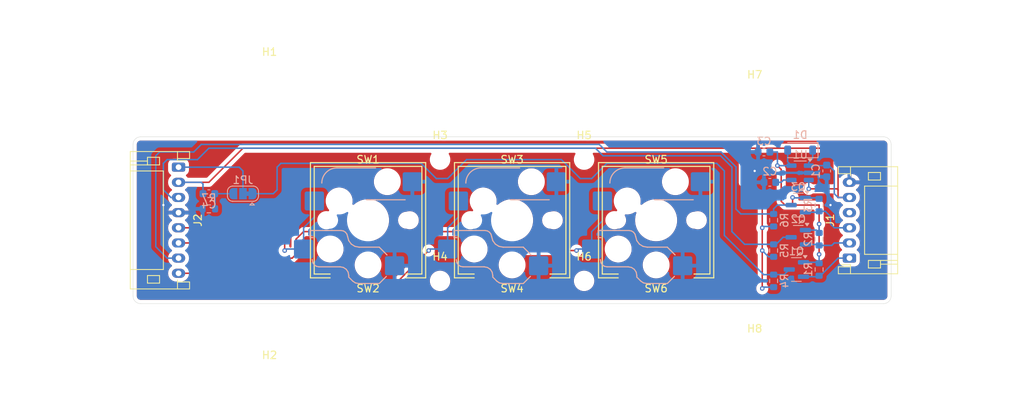
<source format=kicad_pcb>
(kicad_pcb (version 20241229) (generator "pcbnew") (generator_version "9.0")
  (layers (0 "F.Cu" signal) (2 "B.Cu" signal) (13 "F.Paste" user) (15 "B.Paste" user) (5 "F.SilkS" user "F.Silkscreen") (7 "B.SilkS" user "B.Silkscreen") (1 "F.Mask" user) (3 "B.Mask" user) (25 "Edge.Cuts" user))
  (net 0 "")
  (net 1 "Net-(JP1-B)")
  (net 2 "+5V")
  (net 3 "GND")
  (net 4 "+3.3V")
  (net 5 "Net-(U1-BP)")
  (net 6 "/TP_RST")
  (net 7 "/TP_CLK")
  (net 9 "/TP_DATA")
  (net 10 "Net-(J2-Pin_1)")
  (net 11 "/MB0")
  (net 12 "/MB2")
  (net 13 "Net-(J2-Pin_3)")
  (net 14 "/MB1")
  (net 15 "Net-(J2-Pin_7)")
  (net 16 "Net-(JP1-A)")
  (footprint "MountingHole:MountingHole_2.2mm_M2" (layer "F.Cu") (at 159.5 97)
    (property "Reference" "H6" (at 0 -3.2 0) (layer "F.SilkS"))
    (property "Value" "MountingHole")
    (pad "" np_thru_hole circle (at 0 0) (size 2.2 2.2) (drill 2.2) (layers "*.Cu" "*.Mask"))
  )
  (footprint "MountingHole:MountingHole_2.2mm_M2" (layer "F.Cu") (at 182 106.5)
    (property "Reference" "H8" (at 0 -3.2 0) (layer "F.SilkS"))
    (property "Value" "MountingHole")
    (pad "" np_thru_hole circle (at 0 0) (size 2.2 2.2) (drill 2.2) (layers "*.Cu" "*.Mask"))
  )
  (footprint "Connector_JST:JST_PH_S6B-PH-K_1x06_P2.00mm_Horizontal" (layer "F.Cu") (at 194.5 94 90)
    (property "Reference" "J1" (at 5 -2.55 90) (layer "F.SilkS"))
    (property "Value" "Conn_01x06")
    (pad "1" thru_hole roundrect (at 0 0 90) (size 1.2 1.75) (drill 0.75) (layers "*.Cu" "*.Mask") (roundrect_rratio 0.208333) (net 6 "/TP_RST"))
    (pad "2" thru_hole oval (at 2 0 90) (size 1.2 1.75) (drill 0.75) (layers "*.Cu" "*.Mask") (net 7 "/TP_CLK"))
    (pad "3" thru_hole oval (at 4 0 90) (size 1.2 1.75) (drill 0.75) (layers "*.Cu" "*.Mask") (net 9 "/TP_DATA"))
    (pad "4" thru_hole oval (at 6 0 90) (size 1.2 1.75) (drill 0.75) (layers "*.Cu" "*.Mask"))
    (pad "5" thru_hole oval (at 8 0 90) (size 1.2 1.75) (drill 0.75) (layers "*.Cu" "*.Mask") (net 2 "+5V"))
    (pad "6" thru_hole oval (at 10 0 90) (size 1.2 1.75) (drill 0.75) (layers "*.Cu" "*.Mask") (net 3 "GND"))
  )
  (footprint "my_keyswitch:SW_Hotswap_Kailh_MX" (layer "F.Cu") (at 169 89)
    (property "Reference" "SW5" (at 0 -8 0) (layer "F.SilkS"))
    (property "Value" "SW_Push")
    (pad "" np_thru_hole circle (at -5.08 0) (size 1.75 1.75) (drill 1.75) (layers "*.Cu" "*.Mask"))
    (pad "" np_thru_hole circle (at -3.81 -2.54) (size 3.05 3.05) (drill 3.05) (layers "*.Cu" "*.Mask"))
    (pad "" np_thru_hole circle (at 0 0) (size 4 4) (drill 4) (layers "*.Cu" "*.Mask"))
    (pad "" np_thru_hole circle (at 2.54 -5.08) (size 3.05 3.05) (drill 3.05) (layers "*.Cu" "*.Mask"))
    (pad "" np_thru_hole circle (at 5.08 0) (size 1.75 1.75) (drill 1.75) (layers "*.Cu" "*.Mask"))
    (pad "1" smd roundrect (at -7.085 -2.54) (size 2.55 2.5) (layers "B.Cu" "B.Mask" "B.Paste") (roundrect_rratio 0.1) (net 14 "/MB1"))
    (pad "2" smd roundrect (at 5.842 -5.08) (size 2.55 2.5) (layers "B.Cu" "B.Mask" "B.Paste") (roundrect_rratio 0.1) (net 3 "GND"))
  )
  (footprint "MountingHole:MountingHole_2.2mm_M2" (layer "F.Cu") (at 118 70)
    (property "Reference" "H1" (at 0 -3.2 0) (layer "F.SilkS"))
    (property "Value" "MountingHole")
    (pad "" np_thru_hole circle (at 0 0) (size 2.2 2.2) (drill 2.2) (layers "*.Cu" "*.Mask"))
  )
  (footprint "my_keyswitch:SW_Hotswap_Kailh_Choc_V1V2_no_mp" (layer "F.Cu") (at 131 89 180)
    (property "Reference" "SW2" (at 0 -9 0) (layer "F.SilkS"))
    (property "Value" "SW_Push")
    (pad "" np_thru_hole circle (at -5.5 0 180) (size 1.9 1.9) (drill 1.9) (layers "*.Cu" "*.Mask"))
    (pad "" np_thru_hole circle (at 0 -5.9 180) (size 3.05 3.05) (drill 3.05) (layers "*.Cu" "*.Mask"))
    (pad "" np_thru_hole circle (at 0 0 180) (size 5.05 5.05) (drill 5.05) (layers "*.Cu" "*.Mask"))
    (pad "" np_thru_hole circle (at 5 -3.8 180) (size 3.05 3.05) (drill 3.05) (layers "*.Cu" "*.Mask"))
    (pad "" np_thru_hole circle (at 5.5 0 180) (size 1.9 1.9) (drill 1.9) (layers "*.Cu" "*.Mask"))
    (pad "1" smd roundrect (at -3.5 -6 180) (size 2.55 2.5) (layers "B.Cu" "B.Mask" "B.Paste") (roundrect_rratio 0.1) (net 3 "GND"))
    (pad "2" smd roundrect (at 8.5 -3.8 180) (size 2.55 2.5) (layers "B.Cu" "B.Mask" "B.Paste") (roundrect_rratio 0.1) (net 11 "/MB0"))
  )
  (footprint "my_keyswitch:SW_Hotswap_Kailh_MX" (layer "F.Cu") (at 131 89)
    (property "Reference" "SW1" (at 0 -8 0) (layer "F.SilkS"))
    (property "Value" "SW_Push")
    (pad "" np_thru_hole circle (at -5.08 0) (size 1.75 1.75) (drill 1.75) (layers "*.Cu" "*.Mask"))
    (pad "" np_thru_hole circle (at -3.81 -2.54) (size 3.05 3.05) (drill 3.05) (layers "*.Cu" "*.Mask"))
    (pad "" np_thru_hole circle (at 0 0) (size 4 4) (drill 4) (layers "*.Cu" "*.Mask"))
    (pad "" np_thru_hole circle (at 2.54 -5.08) (size 3.05 3.05) (drill 3.05) (layers "*.Cu" "*.Mask"))
    (pad "" np_thru_hole circle (at 5.08 0) (size 1.75 1.75) (drill 1.75) (layers "*.Cu" "*.Mask"))
    (pad "1" smd roundrect (at -7.085 -2.54) (size 2.55 2.5) (layers "B.Cu" "B.Mask" "B.Paste") (roundrect_rratio 0.1) (net 11 "/MB0"))
    (pad "2" smd roundrect (at 5.842 -5.08) (size 2.55 2.5) (layers "B.Cu" "B.Mask" "B.Paste") (roundrect_rratio 0.1) (net 3 "GND"))
  )
  (footprint "MountingHole:MountingHole_2.2mm_M2" (layer "F.Cu") (at 140.5 97)
    (property "Reference" "H4" (at 0 -3.2 0) (layer "F.SilkS"))
    (property "Value" "MountingHole")
    (pad "" np_thru_hole circle (at 0 0) (size 2.2 2.2) (drill 2.2) (layers "*.Cu" "*.Mask"))
  )
  (footprint "MountingHole:MountingHole_2.2mm_M2" (layer "F.Cu") (at 140.5 81)
    (property "Reference" "H3" (at 0 -3.2 0) (layer "F.SilkS"))
    (property "Value" "MountingHole")
    (pad "" np_thru_hole circle (at 0 0) (size 2.2 2.2) (drill 2.2) (layers "*.Cu" "*.Mask"))
  )
  (footprint "MountingHole:MountingHole_2.2mm_M2" (layer "F.Cu") (at 118 110)
    (property "Reference" "H2" (at 0 -3.2 0) (layer "F.SilkS"))
    (property "Value" "MountingHole")
    (pad "" np_thru_hole circle (at 0 0) (size 2.2 2.2) (drill 2.2) (layers "*.Cu" "*.Mask"))
  )
  (footprint "MountingHole:MountingHole_2.2mm_M2" (layer "F.Cu") (at 159.5 81)
    (property "Reference" "H5" (at 0 -3.2 0) (layer "F.SilkS"))
    (property "Value" "MountingHole")
    (pad "" np_thru_hole circle (at 0 0) (size 2.2 2.2) (drill 2.2) (layers "*.Cu" "*.Mask"))
  )
  (footprint "Connector_JST:JST_PH_S8B-PH-K_1x08_P2.00mm_Horizontal" (layer "F.Cu") (at 106 82 -90)
    (property "Reference" "J2" (at 7 -2.55 270) (layer "F.SilkS"))
    (property "Value" "Conn_01x08")
    (pad "1" thru_hole roundrect (at 0 0 270) (size 1.2 1.75) (drill 0.75) (layers "*.Cu" "*.Mask") (roundrect_rratio 0.208333) (net 10 "Net-(J2-Pin_1)"))
    (pad "2" thru_hole oval (at 2 0 270) (size 1.2 1.75) (drill 0.75) (layers "*.Cu" "*.Mask") (net 2 "+5V"))
    (pad "3" thru_hole oval (at 4 0 270) (size 1.2 1.75) (drill 0.75) (layers "*.Cu" "*.Mask") (net 13 "Net-(J2-Pin_3)"))
    (pad "4" thru_hole oval (at 6 0 270) (size 1.2 1.75) (drill 0.75) (layers "*.Cu" "*.Mask") (net 3 "GND"))
    (pad "5" thru_hole oval (at 8 0 270) (size 1.2 1.75) (drill 0.75) (layers "*.Cu" "*.Mask") (net 11 "/MB0"))
    (pad "6" thru_hole oval (at 10 0 270) (size 1.2 1.75) (drill 0.75) (layers "*.Cu" "*.Mask") (net 14 "/MB1"))
    (pad "7" thru_hole oval (at 12 0 270) (size 1.2 1.75) (drill 0.75) (layers "*.Cu" "*.Mask") (net 15 "Net-(J2-Pin_7)"))
    (pad "8" thru_hole oval (at 14 0 270) (size 1.2 1.75) (drill 0.75) (layers "*.Cu" "*.Mask") (net 12 "/MB2"))
  )
  (footprint "my_keyswitch:SW_Hotswap_Kailh_Choc_V1V2_no_mp" (layer "F.Cu") (at 169 89 180)
    (property "Reference" "SW6" (at 0 -9 0) (layer "F.SilkS"))
    (property "Value" "SW_Push")
    (pad "" np_thru_hole circle (at -5.5 0 180) (size 1.9 1.9) (drill 1.9) (layers "*.Cu" "*.Mask"))
    (pad "" np_thru_hole circle (at 0 -5.9 180) (size 3.05 3.05) (drill 3.05) (layers "*.Cu" "*.Mask"))
    (pad "" np_thru_hole circle (at 0 0 180) (size 5.05 5.05) (drill 5.05) (layers "*.Cu" "*.Mask"))
    (pad "" np_thru_hole circle (at 5 -3.8 180) (size 3.05 3.05) (drill 3.05) (layers "*.Cu" "*.Mask"))
    (pad "" np_thru_hole circle (at 5.5 0 180) (size 1.9 1.9) (drill 1.9) (layers "*.Cu" "*.Mask"))
    (pad "1" smd roundrect (at -3.5 -6 180) (size 2.55 2.5) (layers "B.Cu" "B.Mask" "B.Paste") (roundrect_rratio 0.1) (net 3 "GND"))
    (pad "2" smd roundrect (at 8.5 -3.8 180) (size 2.55 2.5) (layers "B.Cu" "B.Mask" "B.Paste") (roundrect_rratio 0.1) (net 14 "/MB1"))
  )
  (footprint "MountingHole:MountingHole_2.2mm_M2" (layer "F.Cu") (at 182 73)
    (property "Reference" "H7" (at 0 -3.2 0) (layer "F.SilkS"))
    (property "Value" "MountingHole")
    (pad "" np_thru_hole circle (at 0 0) (size 2.2 2.2) (drill 2.2) (layers "*.Cu" "*.Mask"))
  )
  (footprint "my_keyswitch:SW_Hotswap_Kailh_Choc_V1V2_no_mp" (layer "F.Cu") (at 150 89 180)
    (property "Reference" "SW4" (at 0 -9 0) (layer "F.SilkS"))
    (property "Value" "SW_Push")
    (pad "" np_thru_hole circle (at -5.5 0 180) (size 1.9 1.9) (drill 1.9) (layers "*.Cu" "*.Mask"))
    (pad "" np_thru_hole circle (at 0 -5.9 180) (size 3.05 3.05) (drill 3.05) (layers "*.Cu" "*.Mask"))
    (pad "" np_thru_hole circle (at 0 0 180) (size 5.05 5.05) (drill 5.05) (layers "*.Cu" "*.Mask"))
    (pad "" np_thru_hole circle (at 5 -3.8 180) (size 3.05 3.05) (drill 3.05) (layers "*.Cu" "*.Mask"))
    (pad "" np_thru_hole circle (at 5.5 0 180) (size 1.9 1.9) (drill 1.9) (layers "*.Cu" "*.Mask"))
    (pad "1" smd roundrect (at -3.5 -6 180) (size 2.55 2.5) (layers "B.Cu" "B.Mask" "B.Paste") (roundrect_rratio 0.1) (net 3 "GND"))
    (pad "2" smd roundrect (at 8.5 -3.8 180) (size 2.55 2.5) (layers "B.Cu" "B.Mask" "B.Paste") (roundrect_rratio 0.1) (net 12 "/MB2"))
  )
  (footprint "my_keyswitch:SW_Hotswap_Kailh_MX" (layer "F.Cu") (at 150 89)
    (property "Reference" "SW3" (at 0 -8 0) (layer "F.SilkS"))
    (property "Value" "SW_Push")
    (pad "" np_thru_hole circle (at -5.08 0) (size 1.75 1.75) (drill 1.75) (layers "*.Cu" "*.Mask"))
    (pad "" np_thru_hole circle (at -3.81 -2.54) (size 3.05 3.05) (drill 3.05) (layers "*.Cu" "*.Mask"))
    (pad "" np_thru_hole circle (at 0 0) (size 4 4) (drill 4) (layers "*.Cu" "*.Mask"))
    (pad "" np_thru_hole circle (at 2.54 -5.08) (size 3.05 3.05) (drill 3.05) (layers "*.Cu" "*.Mask"))
    (pad "" np_thru_hole circle (at 5.08 0) (size 1.75 1.75) (drill 1.75) (layers "*.Cu" "*.Mask"))
    (pad "1" smd roundrect (at -7.085 -2.54) (size 2.55 2.5) (layers "B.Cu" "B.Mask" "B.Paste") (roundrect_rratio 0.1) (net 12 "/MB2"))
    (pad "2" smd roundrect (at 5.842 -5.08) (size 2.55 2.5) (layers "B.Cu" "B.Mask" "B.Paste") (roundrect_rratio 0.1) (net 3 "GND"))
  )
  (footprint "Resistor_SMD:R_0603_1608Metric" (layer "B.Cu") (at 190.5 95.5 -90)
    (property "Reference" "R1" (at 0 1.43 90) (layer "B.SilkS") (effects (justify mirror)))
    (property "Value" "10k")
    (pad "1" smd roundrect (at -0.825 0 270) (size 0.8 0.95) (layers "B.Cu" "B.Mask" "B.Paste") (net 4 "+3.3V"))
    (pad "2" smd roundrect (at 0.825 0 270) (size 0.8 0.95) (layers "B.Cu" "B.Mask" "B.Paste") (net 6 "/TP_RST"))
  )
  (footprint "Resistor_SMD:R_0603_1608Metric" (layer "B.Cu") (at 190.5 91.5 -90)
    (property "Reference" "R2" (at 0 1.43 90) (layer "B.SilkS") (effects (justify mirror)))
    (property "Value" "10k")
    (pad "1" smd roundrect (at -0.825 0 270) (size 0.8 0.95) (layers "B.Cu" "B.Mask" "B.Paste") (net 4 "+3.3V"))
    (pad "2" smd roundrect (at 0.825 0 270) (size 0.8 0.95) (layers "B.Cu" "B.Mask" "B.Paste") (net 7 "/TP_CLK"))
  )
  (footprint "Resistor_SMD:R_0603_1608Metric" (layer "B.Cu") (at 190.5 87 -90)
    (property "Reference" "R3" (at 0 1.43 90) (layer "B.SilkS") (effects (justify mirror)))
    (property "Value" "10k")
    (pad "1" smd roundrect (at -0.825 0 270) (size 0.8 0.95) (layers "B.Cu" "B.Mask" "B.Paste") (net 4 "+3.3V"))
    (pad "2" smd roundrect (at 0.825 0 270) (size 0.8 0.95) (layers "B.Cu" "B.Mask" "B.Paste") (net 9 "/TP_DATA"))
  )
  (footprint "Resistor_SMD:R_0603_1608Metric" (layer "B.Cu") (at 110 87.5 180)
    (property "Reference" "R7" (at 0 1.43 0) (layer "B.SilkS") (effects (justify mirror)))
    (property "Value" "[100k]")
    (pad "1" smd roundrect (at -0.825 0 180) (size 0.8 0.95) (layers "B.Cu" "B.Mask" "B.Paste") (net 1 "Net-(JP1-B)"))
    (pad "2" smd roundrect (at 0.825 0 180) (size 0.8 0.95) (layers "B.Cu" "B.Mask" "B.Paste") (net 3 "GND"))
  )
  (footprint "Package_TO_SOT_SMD:SOT-23" (layer "B.Cu") (at 187.75 87 180)
    (property "Reference" "Q3" (at 0 2.4 0) (layer "B.SilkS") (effects (justify mirror)))
    (property "Value" "BSS138")
    (pad "1" smd roundrect (at -0.9375 0.95 180) (size 1.475 0.6) (layers "B.Cu" "B.Mask" "B.Paste") (net 4 "+3.3V"))
    (pad "2" smd roundrect (at -0.9375 -0.95 180) (size 1.475 0.6) (layers "B.Cu" "B.Mask" "B.Paste") (net 9 "/TP_DATA"))
    (pad "3" smd roundrect (at 0.9375 0 180) (size 1.475 0.6) (layers "B.Cu" "B.Mask" "B.Paste") (net 15 "Net-(J2-Pin_7)"))
  )
  (footprint "Package_TO_SOT_SMD:SOT-23" (layer "B.Cu") (at 187.75 91.25 180)
    (property "Reference" "Q2" (at 0 2.4 0) (layer "B.SilkS") (effects (justify mirror)))
    (property "Value" "BSS138")
    (pad "1" smd roundrect (at -0.9375 0.95 180) (size 1.475 0.6) (layers "B.Cu" "B.Mask" "B.Paste") (net 4 "+3.3V"))
    (pad "2" smd roundrect (at -0.9375 -0.95 180) (size 1.475 0.6) (layers "B.Cu" "B.Mask" "B.Paste") (net 7 "/TP_CLK"))
    (pad "3" smd roundrect (at 0.9375 0 180) (size 1.475 0.6) (layers "B.Cu" "B.Mask" "B.Paste") (net 13 "Net-(J2-Pin_3)"))
  )
  (footprint "Resistor_SMD:R_0603_1608Metric" (layer "B.Cu") (at 184.5 97 90)
    (property "Reference" "R4" (at 0 1.43 90) (layer "B.SilkS") (effects (justify mirror)))
    (property "Value" "10k")
    (pad "1" smd roundrect (at -0.825 0 90) (size 0.8 0.95) (layers "B.Cu" "B.Mask" "B.Paste") (net 2 "+5V"))
    (pad "2" smd roundrect (at 0.825 0 90) (size 0.8 0.95) (layers "B.Cu" "B.Mask" "B.Paste") (net 16 "Net-(JP1-A)"))
  )
  (footprint "Capacitor_SMD:C_0603_1608Metric" (layer "B.Cu") (at 110 85.5)
    (property "Reference" "C4" (at 0 1.43 0) (layer "B.SilkS") (effects (justify mirror)))
    (property "Value" "[10u]")
    (pad "1" smd roundrect (at -0.775 0) (size 0.9 0.95) (layers "B.Cu" "B.Mask" "B.Paste") (net 2 "+5V"))
    (pad "2" smd roundrect (at 0.775 0) (size 0.9 0.95) (layers "B.Cu" "B.Mask" "B.Paste") (net 1 "Net-(JP1-B)"))
  )
  (footprint "Capacitor_SMD:C_0603_1608Metric" (layer "B.Cu") (at 191.5 82.5 -90)
    (property "Reference" "C1" (at 0 1.43 90) (layer "B.SilkS") (effects (justify mirror)))
    (property "Value" "1u")
    (pad "1" smd roundrect (at -0.775 0 270) (size 0.9 0.95) (layers "B.Cu" "B.Mask" "B.Paste") (net 2 "+5V"))
    (pad "2" smd roundrect (at 0.775 0 270) (size 0.9 0.95) (layers "B.Cu" "B.Mask" "B.Paste") (net 3 "GND"))
  )
  (footprint "Diode_SMD:D_SOD-123" (layer "B.Cu") (at 188 79.75 180)
    (property "Reference" "D1" (at 0 2 0) (layer "B.SilkS") (effects (justify mirror)))
    (property "Value" "D_Schottky")
    (pad "1" smd roundrect (at -1.65 0 180) (size 0.9 1.2) (layers "B.Cu" "B.Mask" "B.Paste") (net 2 "+5V"))
    (pad "2" smd roundrect (at 1.65 0 180) (size 0.9 1.2) (layers "B.Cu" "B.Mask" "B.Paste") (net 4 "+3.3V"))
  )
  (footprint "Resistor_SMD:R_0603_1608Metric" (layer "B.Cu") (at 184.5 93 90)
    (property "Reference" "R5" (at 0 1.43 90) (layer "B.SilkS") (effects (justify mirror)))
    (property "Value" "10k")
    (pad "1" smd roundrect (at -0.825 0 90) (size 0.8 0.95) (layers "B.Cu" "B.Mask" "B.Paste") (net 2 "+5V"))
    (pad "2" smd roundrect (at 0.825 0 90) (size 0.8 0.95) (layers "B.Cu" "B.Mask" "B.Paste") (net 13 "Net-(J2-Pin_3)"))
  )
  (footprint "Capacitor_SMD:C_0603_1608Metric" (layer "B.Cu") (at 183.225 80 180)
    (property "Reference" "C3" (at 0 1.43 0) (layer "B.SilkS") (effects (justify mirror)))
    (property "Value" "2.2u")
    (pad "1" smd roundrect (at -0.775 0 180) (size 0.9 0.95) (layers "B.Cu" "B.Mask" "B.Paste") (net 4 "+3.3V"))
    (pad "2" smd roundrect (at 0.775 0 180) (size 0.9 0.95) (layers "B.Cu" "B.Mask" "B.Paste") (net 3 "GND"))
  )
  (footprint "Resistor_SMD:R_0603_1608Metric" (layer "B.Cu") (at 184.5 89 90)
    (property "Reference" "R6" (at 0 1.43 90) (layer "B.SilkS") (effects (justify mirror)))
    (property "Value" "10k")
    (pad "1" smd roundrect (at -0.825 0 90) (size 0.8 0.95) (layers "B.Cu" "B.Mask" "B.Paste") (net 2 "+5V"))
    (pad "2" smd roundrect (at 0.825 0 90) (size 0.8 0.95) (layers "B.Cu" "B.Mask" "B.Paste") (net 15 "Net-(J2-Pin_7)"))
  )
  (footprint "Package_TO_SOT_SMD:SOT-23-5" (layer "B.Cu") (at 188 82.75 180)
    (property "Reference" "U1" (at 0 2.4 0) (layer "B.SilkS") (effects (justify mirror)))
    (property "Value" "LP2985-3.3")
    (pad "1" smd roundrect (at -1.1375 0.95 180) (size 1.325 0.6) (layers "B.Cu" "B.Mask" "B.Paste") (net 2 "+5V"))
    (pad "2" smd roundrect (at -1.1375 0 180) (size 1.325 0.6) (layers "B.Cu" "B.Mask" "B.Paste") (net 3 "GND"))
    (pad "3" smd roundrect (at -1.1375 -0.95 180) (size 1.325 0.6) (layers "B.Cu" "B.Mask" "B.Paste") (net 2 "+5V"))
    (pad "4" smd roundrect (at 1.1375 -0.95 180) (size 1.325 0.6) (layers "B.Cu" "B.Mask" "B.Paste") (net 5 "Net-(U1-BP)"))
    (pad "5" smd roundrect (at 1.1375 0.95 180) (size 1.325 0.6) (layers "B.Cu" "B.Mask" "B.Paste") (net 4 "+3.3V"))
  )
  (footprint "Capacitor_SMD:C_0603_1608Metric" (layer "B.Cu") (at 184 84 180)
    (property "Reference" "C2" (at 0 1.43 0) (layer "B.SilkS") (effects (justify mirror)))
    (property "Value" "10n")
    (pad "1" smd roundrect (at -0.775 0 180) (size 0.9 0.95) (layers "B.Cu" "B.Mask" "B.Paste") (net 5 "Net-(U1-BP)"))
    (pad "2" smd roundrect (at 0.775 0 180) (size 0.9 0.95) (layers "B.Cu" "B.Mask" "B.Paste") (net 3 "GND"))
  )
  (footprint "Package_TO_SOT_SMD:SOT-23" (layer "B.Cu") (at 187.5 95.5 180)
    (property "Reference" "Q1" (at 0 2.4 0) (layer "B.SilkS") (effects (justify mirror)))
    (property "Value" "BSS138")
    (pad "1" smd roundrect (at -0.9375 0.95 180) (size 1.475 0.6) (layers "B.Cu" "B.Mask" "B.Paste") (net 4 "+3.3V"))
    (pad "2" smd roundrect (at -0.9375 -0.95 180) (size 1.475 0.6) (layers "B.Cu" "B.Mask" "B.Paste") (net 6 "/TP_RST"))
    (pad "3" smd roundrect (at 0.9375 0 180) (size 1.475 0.6) (layers "B.Cu" "B.Mask" "B.Paste") (net 16 "Net-(JP1-A)"))
  )
  (footprint "Jumper:SolderJumper-3_P1.3mm_Bridged12_RoundedPad1.0x1.5mm" (layer "B.Cu") (at 114.5 85.5 180)
    (property "Reference" "JP1" (at 0 1.8 0) (layer "B.SilkS") (effects (justify mirror)))
    (property "Value" "SolderJumper_3_Bridged12")
    (fp_poly (pts (xy -0.9 0.3) (xy -0.4 0.3) (xy -0.4 -0.3) (xy -0.9 -0.3)) (fill yes) (layer "B.Cu"))
    (pad "1" smd custom (at -1.3 0 180) (size 1 0.5) (layers "B.Cu" "B.Mask") (net 16 "Net-(JP1-A)") (options (clearance outline) (anchor rect)) (primitives (gr_circle (center 0 -0.25) (end 0.5 -0.25) (width 0) (fill yes)) (gr_circle (center 0 0.25) (end 0.5 0.25) (width 0) (fill yes)) (gr_poly (pts (xy 0.55 -0.75) (xy 0 -0.75) (xy 0 0.75) (xy 0.55 0.75)) (width 0) (fill yes))))
    (pad "2" smd rect (at 0 0 180) (size 1 1.5) (layers "B.Cu" "B.Mask") (net 10 "Net-(J2-Pin_1)"))
    (pad "3" smd custom (at 1.3 0 180) (size 1 0.5) (layers "B.Cu" "B.Mask") (net 1 "Net-(JP1-B)") (options (clearance outline) (anchor rect)) (primitives (gr_circle (center 0 -0.25) (end 0.5 -0.25) (width 0) (fill yes)) (gr_circle (center 0 0.25) (end 0.5 0.25) (width 0) (fill yes)) (gr_poly (pts (xy 0 -0.75) (xy -0.55 -0.75) (xy -0.55 0.75) (xy 0 0.75)) (width 0) (fill yes))))
  )
  (gr_arc (start 199 78) (mid 199.707107 78.292893) (end 200 79) (stroke (width 0.05)) (layer "Edge.Cuts"))
  (gr_line (start 100 79) (end 100 99) (stroke (width 0.05)) (layer "Edge.Cuts"))
  (gr_arc (start 101 100) (mid 100.292893 99.707107) (end 100 99) (stroke (width 0.05)) (layer "Edge.Cuts"))
  (gr_arc (start 100 79) (mid 100.292893 78.292893) (end 101 78) (stroke (width 0.05)) (layer "Edge.Cuts"))
  (gr_line (start 101 78) (end 199 78) (stroke (width 0.05)) (layer "Edge.Cuts"))
  (gr_line (start 101 100) (end 199 100) (stroke (width 0.05)) (layer "Edge.Cuts"))
  (gr_arc (start 200 99) (mid 199.707107 99.707107) (end 199 100) (stroke (width 0.05)) (layer "Edge.Cuts"))
  (gr_line (start 200 99) (end 200 79) (stroke (width 0.05)) (layer "Edge.Cuts"))
  (segment (start 110.775 85.5) (end 113.2 85.5) (width 0.2) (layer "B.Cu") (net 1))
  (segment (start 110.825 85.55) (end 110.775 85.5) (width 0.2) (layer "B.Cu") (net 1))
  (segment (start 110.825 87.5) (end 110.825 85.55) (width 0.2) (layer "B.Cu") (net 1))
  (segment (start 193 80) (end 193 85) (width 0.2) (layer "F.Cu") (net 2))
  (segment (start 183 93) (end 183 96) (width 0.2) (layer "F.Cu") (net 2))
  (segment (start 194.5 86) (end 193 86) (width 0.2) (layer "F.Cu") (net 2))
  (segment (start 183 96) (end 183 98) (width 0.2) (layer "F.Cu") (net 2))
  (segment (start 193 86) (end 193 85) (width 0.2) (layer "F.Cu") (net 2))
  (segment (start 192.8625 84.8625) (end 193 85) (width 0.2) (layer "F.Cu") (net 2))
  (segment (start 180.5 79.5) (end 114.5 79.5) (width 0.2) (layer "F.Cu") (net 2))
  (segment (start 110 84) (end 106 84) (width 0.2) (layer "F.Cu") (net 2))
  (segment (start 180.5 84) (end 180.5 79.5) (width 0.2) (layer "F.Cu") (net 2))
  (segment (start 192.5 79.5) (end 193 80) (width 0.2) (layer "F.Cu") (net 2))
  (segment (start 183 90) (end 183 93) (width 0.2) (layer "F.Cu") (net 2))
  (segment (start 189.1375 84.8625) (end 192.8625 84.8625) (width 0.2) (layer "F.Cu") (net 2))
  (segment (start 183 90) (end 183 86.5) (width 0.2) (layer "F.Cu") (net 2))
  (segment (start 114.5 79.5) (end 110 84) (width 0.2) (layer "F.Cu") (net 2))
  (segment (start 183 86.5) (end 180.5 84) (width 0.2) (layer "F.Cu") (net 2))
  (segment (start 180.5 79.5) (end 192.5 79.5) (width 0.2) (layer "F.Cu") (net 2))
  (via (at 183 90) (size 0.6) (drill 0.3) (layers "F.Cu" "B.Cu") (net 2))
  (via (at 189.1375 84.8625) (size 0.6) (drill 0.3) (layers "F.Cu" "B.Cu") (net 2))
  (via (at 183 93) (size 0.6) (drill 0.3) (layers "F.Cu" "B.Cu") (net 2))
  (via (at 183 98) (size 0.6) (drill 0.3) (layers "F.Cu" "B.Cu") (net 2))
  (segment (start 191.725 81.725) (end 192.5 82.5) (width 0.2) (layer "B.Cu") (net 2))
  (segment (start 184.5 97.825) (end 183.175 97.825) (width 0.2) (layer "B.Cu") (net 2))
  (segment (start 109 84) (end 109.225 84.225) (width 0.2) (layer "B.Cu") (net 2))
  (segment (start 183.825 93.825) (end 183 93) (width 0.2) (layer "B.Cu") (net 2))
  (segment (start 189.2125 83.775) (end 189.1375 83.7) (width 0.2) (layer "B.Cu") (net 2))
  (segment (start 189.65 80.85) (end 189.1375 81.3625) (width 0.2) (layer "B.Cu") (net 2))
  (segment (start 191.425 81.8) (end 191.5 81.725) (width 0.2) (layer "B.Cu") (net 2))
  (segment (start 183.175 89.825) (end 183 90) (width 0.2) (layer "B.Cu") (net 2))
  (segment (start 183 98) (end 183.175 97.825) (width 0.2) (layer "B.Cu") (net 2))
  (segment (start 189.1375 83.7) (end 189.1375 84.8625) (width 0.2) (layer "B.Cu") (net 2))
  (segment (start 189.1375 81.3625) (end 189.1375 81.8) (width 0.2) (layer "B.Cu") (net 2))
  (segment (start 106 84) (end 109 84) (width 0.2) (layer "B.Cu") (net 2))
  (segment (start 193 86) (end 194.5 86) (width 0.2) (layer "B.Cu") (net 2))
  (segment (start 184.5 89.825) (end 183.175 89.825) (width 0.2) (layer "B.Cu") (net 2))
  (segment (start 189.1375 81.8) (end 191.425 81.8) (width 0.2) (layer "B.Cu") (net 2))
  (segment (start 189.65 79.75) (end 189.65 80.85) (width 0.2) (layer "B.Cu") (net 2))
  (segment (start 192.5 82.5) (end 192.5 85.5) (width 0.2) (layer "B.Cu") (net 2))
  (segment (start 109.225 84.225) (end 109.225 85.5) (width 0.2) (layer "B.Cu") (net 2))
  (segment (start 184.5 93.825) (end 183.825 93.825) (width 0.2) (layer "B.Cu") (net 2))
  (segment (start 192.5 85.5) (end 193 86) (width 0.2) (layer "B.Cu") (net 2))
  (segment (start 191.5 81.725) (end 191.725 81.725) (width 0.2) (layer "B.Cu") (net 2))
  (via (at 192 87) (size 0.6) (drill 0.3) (layers "F.Cu" "B.Cu") (net 3))
  (via (at 104 87) (size 0.6) (drill 0.3) (layers "F.Cu" "B.Cu") (net 3))
  (via (at 182 82.5) (size 0.6) (drill 0.3) (layers "F.Cu" "B.Cu") (net 3))
  (segment (start 190.25 82.75) (end 190.775 83.275) (width 0.2) (layer "B.Cu") (net 3))
  (segment (start 190.775 83.275) (end 191.5 83.275) (width 0.2) (layer "B.Cu") (net 3))
  (segment (start 189.1375 82.75) (end 190.25 82.75) (width 0.2) (layer "B.Cu") (net 3))
  (segment (start 186 87) (end 187 87) (width 0.2) (layer "F.Cu") (net 4))
  (segment (start 185 81.8) (end 185.5 82.3) (width 0.2) (layer "F.Cu") (net 4))
  (segment (start 185.5 86.5) (end 186 87) (width 0.2) (layer "F.Cu") (net 4))
  (segment (start 190.5 87) (end 190.5 93.5) (width 0.2) (layer "F.Cu") (net 4))
  (segment (start 187 87) (end 190.5 87) (width 0.2) (layer "F.Cu") (net 4))
  (segment (start 185.5 82.3) (end 185.5 86.5) (width 0.2) (layer "F.Cu") (net 4))
  (segment (start 187 86) (end 187 87) (width 0.2) (layer "F.Cu") (net 4))
  (via (at 190.5 89.5) (size 0.6) (drill 0.3) (layers "F.Cu" "B.Cu") (net 4))
  (via (at 187 86) (size 0.6) (drill 0.3) (layers "F.Cu" "B.Cu") (net 4))
  (via (at 185 81.8) (size 0.6) (drill 0.3) (layers "F.Cu" "B.Cu") (net 4))
  (via (at 190.5 93.5) (size 0.6) (drill 0.3) (layers "F.Cu" "B.Cu") (net 4))
  (segment (start 187 86) (end 187.05 86.05) (width 0.2) (layer "B.Cu") (net 4))
  (segment (start 188.6875 86.05) (end 187.05 86.05) (width 0.2) (layer "B.Cu") (net 4))
  (segment (start 190.375 86.05) (end 190.5 86.175) (width 0.2) (layer "B.Cu") (net 4))
  (segment (start 185 80) (end 185 81.8) (width 0.2) (layer "B.Cu") (net 4))
  (segment (start 188.6875 86.05) (end 190.375 86.05) (width 0.2) (layer "B.Cu") (net 4))
  (segment (start 186.35 79.75) (end 186.35 81.2875) (width 0.2) (layer "B.Cu") (net 4))
  (segment (start 188.6875 90.3) (end 190.125 90.3) (width 0.2) (layer "B.Cu") (net 4))
  (segment (start 186.35 81.2875) (end 186.8625 81.8) (width 0.2) (layer "B.Cu") (net 4))
  (segment (start 190.375 94.55) (end 190.5 94.675) (width 0.2) (layer "B.Cu") (net 4))
  (segment (start 190.5 94.675) (end 190.5 93.5) (width 0.2) (layer "B.Cu") (net 4))
  (segment (start 190.5 90.675) (end 190.5 89.5) (width 0.2) (layer "B.Cu") (net 4))
  (segment (start 188.4375 94.55) (end 190.375 94.55) (width 0.2) (layer "B.Cu") (net 4))
  (segment (start 190.125 90.3) (end 190.5 90.675) (width 0.2) (layer "B.Cu") (net 4))
  (segment (start 186.8625 81.8) (end 185 81.8) (width 0.2) (layer "B.Cu") (net 4))
  (segment (start 184 80) (end 185 80) (width 0.2) (layer "B.Cu") (net 4))
  (segment (start 186.8625 83.7) (end 185.8 83.7) (width 0.2) (layer "B.Cu") (net 5))
  (segment (start 185.5 84) (end 184.775 84) (width 0.2) (layer "B.Cu") (net 5))
  (segment (start 185.8 83.7) (end 185.5 84) (width 0.2) (layer "B.Cu") (net 5))
  (segment (start 190.375 96.45) (end 190.5 96.325) (width 0.2) (layer "B.Cu") (net 6))
  (segment (start 190.675 96.325) (end 193 94) (width 0.2) (layer "B.Cu") (net 6))
  (segment (start 190.4625 96.325) (end 190.5 96.325) (width 0.2) (layer "B.Cu") (net 6))
  (segment (start 190.5 96.325) (end 190.675 96.325) (width 0.2) (layer "B.Cu") (net 6))
  (segment (start 193 94) (end 194.5 94) (width 0.2) (layer "B.Cu") (net 6))
  (segment (start 188.4375 96.45) (end 190.375 96.45) (width 0.2) (layer "B.Cu") (net 6))
  (segment (start 190.5 92.325) (end 192.175 92.325) (width 0.2) (layer "B.Cu") (net 7))
  (segment (start 190.375 92.2) (end 190.5 92.325) (width 0.2) (layer "B.Cu") (net 7))
  (segment (start 188.6875 92.2) (end 190.375 92.2) (width 0.2) (layer "B.Cu") (net 7))
  (segment (start 192.175 92.325) (end 192.5 92) (width 0.2) (layer "B.Cu") (net 7))
  (segment (start 192.5 92) (end 194.5 92) (width 0.2) (layer "B.Cu") (net 7))
  (segment (start 192.5 90) (end 194.5 90) (width 0.2) (layer "B.Cu") (net 9))
  (segment (start 190.5 87.825) (end 191.325 87.825) (width 0.2) (layer "B.Cu") (net 9))
  (segment (start 192 88.5) (end 192 89.5) (width 0.2) (layer "B.Cu") (net 9))
  (segment (start 191.325 87.825) (end 192 88.5) (width 0.2) (layer "B.Cu") (net 9))
  (segment (start 192 89.5) (end 192.5 90) (width 0.2) (layer "B.Cu") (net 9))
  (segment (start 190.375 87.95) (end 190.5 87.825) (width 0.2) (layer "B.Cu") (net 9))
  (segment (start 188.6875 87.95) (end 190.375 87.95) (width 0.2) (layer "B.Cu") (net 9))
  (segment (start 114.5 82.5) (end 114.5 85.5) (width 0.2) (layer "B.Cu") (net 10))
  (segment (start 114 82) (end 114.5 82.5) (width 0.2) (layer "B.Cu") (net 10))
  (segment (start 106 82) (end 114 82) (width 0.2) (layer "B.Cu") (net 10))
  (segment (start 120 93) (end 120 90.5) (width 0.2) (layer "F.Cu") (net 11))
  (segment (start 119.5 90) (end 106 90) (width 0.2) (layer "F.Cu") (net 11))
  (segment (start 120 90.5) (end 119.5 90) (width 0.2) (layer "F.Cu") (net 11))
  (via (at 120 93) (size 0.6) (drill 0.3) (layers "F.Cu" "B.Cu") (net 11))
  (segment (start 122.5 92.8) (end 122.5 90) (width 0.2) (layer "B.Cu") (net 11))
  (segment (start 123.915 88.585) (end 123.915 86.46) (width 0.2) (layer "B.Cu") (net 11))
  (segment (start 120 93) (end 120.2 92.8) (width 0.2) (layer "B.Cu") (net 11))
  (segment (start 122.5 92.8) (end 120.2 92.8) (width 0.2) (layer "B.Cu") (net 11))
  (segment (start 122.5 90) (end 123.915 88.585) (width 0.2) (layer "B.Cu") (net 11))
  (segment (start 116.5 95) (end 115.5 96) (width 0.2) (layer "F.Cu") (net 12))
  (segment (start 139 93) (end 133.5 98.5) (width 0.2) (layer "F.Cu") (net 12))
  (segment (start 123 98.5) (end 119.5 95) (width 0.2) (layer "F.Cu") (net 12))
  (segment (start 119.5 95) (end 116.5 95) (width 0.2) (layer "F.Cu") (net 12))
  (segment (start 133.5 98.5) (end 123 98.5) (width 0.2) (layer "F.Cu") (net 12))
  (segment (start 115.5 96) (end 106 96) (width 0.2) (layer "F.Cu") (net 12))
  (via (at 139 93) (size 0.6) (drill 0.3) (layers "F.Cu" "B.Cu") (net 12))
  (segment (start 141.5 90) (end 142.915 88.585) (width 0.2) (layer "B.Cu") (net 12))
  (segment (start 141.5 92.8) (end 141.5 90) (width 0.2) (layer "B.Cu") (net 12))
  (segment (start 141.5 92.8) (end 139.2 92.8) (width 0.2) (layer "B.Cu") (net 12))
  (segment (start 142.915 88.585) (end 142.915 86.46) (width 0.2) (layer "B.Cu") (net 12))
  (segment (start 139.2 92.8) (end 139 93) (width 0.2) (layer "B.Cu") (net 12))
  (segment (start 162 80.5) (end 161 79.5) (width 0.2) (layer "B.Cu") (net 13))
  (segment (start 179 90.5) (end 179 82) (width 0.2) (layer "B.Cu") (net 13))
  (segment (start 184.5125 92.1875) (end 184.5 92.175) (width 0.2) (layer "B.Cu") (net 13))
  (segment (start 110 79.5) (end 108.5 81) (width 0.2) (layer "B.Cu") (net 13))
  (segment (start 104.5 81) (end 104 81.5) (width 0.2) (layer "B.Cu") (net 13))
  (segment (start 184.5 92.175) (end 184.825 92.175) (width 0.2) (layer "B.Cu") (net 13))
  (segment (start 161 79.5) (end 110 79.5) (width 0.2) (layer "B.Cu") (net 13))
  (segment (start 184.5 92.175) (end 180.675 92.175) (width 0.2) (layer "B.Cu") (net 13))
  (segment (start 177.5 80.5) (end 162 80.5) (width 0.2) (layer "B.Cu") (net 13))
  (segment (start 180.675 92.175) (end 179 90.5) (width 0.2) (layer "B.Cu") (net 13))
  (segment (start 108.5 81) (end 104.5 81) (width 0.2) (layer "B.Cu") (net 13))
  (segment (start 104 85) (end 105 86) (width 0.2) (layer "B.Cu") (net 13))
  (segment (start 104 81.5) (end 104 85) (width 0.2) (layer "B.Cu") (net 13))
  (segment (start 179 82) (end 177.5 80.5) (width 0.2) (layer "B.Cu") (net 13))
  (segment (start 105 86) (end 106 86) (width 0.2) (layer "B.Cu") (net 13))
  (segment (start 184.825 92.175) (end 185.75 91.25) (width 0.2) (layer "B.Cu") (net 13))
  (segment (start 185.75 91.25) (end 186.8125 91.25) (width 0.2) (layer "B.Cu") (net 13))
  (segment (start 127.5 90.5) (end 122.5 90.5) (width 0.2) (layer "F.Cu") (net 14))
  (segment (start 112 94) (end 110 92) (width 0.2) (layer "F.Cu") (net 14))
  (segment (start 146.5 91) (end 146 90.5) (width 0.2) (layer "F.Cu") (net 14))
  (segment (start 148.5 92.5) (end 147 91) (width 0.2) (layer "F.Cu") (net 14))
  (segment (start 147 91) (end 146.5 91) (width 0.2) (layer "F.Cu") (net 14))
  (segment (start 110 92) (end 106 92) (width 0.2) (layer "F.Cu") (net 14))
  (segment (start 121.5 91.5) (end 121.5 93.5) (width 0.2) (layer "F.Cu") (net 14))
  (segment (start 146 90.5) (end 138.5 90.5) (width 0.2) (layer "F.Cu") (net 14))
  (segment (start 122.5 90.5) (end 121.5 91.5) (width 0.2) (layer "F.Cu") (net 14))
  (segment (start 121 94) (end 112 94) (width 0.2) (layer "F.Cu") (net 14))
  (segment (start 121.5 93.5) (end 121 94) (width 0.2) (layer "F.Cu") (net 14))
  (segment (start 136.5 92.5) (end 129.5 92.5) (width 0.2) (layer "F.Cu") (net 14))
  (segment (start 129.5 92.5) (end 127.5 90.5) (width 0.2) (layer "F.Cu") (net 14))
  (segment (start 151.5 92.5) (end 148.5 92.5) (width 0.2) (layer "F.Cu") (net 14))
  (segment (start 152 93) (end 151.5 92.5) (width 0.2) (layer "F.Cu") (net 14))
  (segment (start 158.5 93) (end 152 93) (width 0.2) (layer "F.Cu") (net 14))
  (segment (start 138.5 90.5) (end 136.5 92.5) (width 0.2) (layer "F.Cu") (net 14))
  (via (at 158.5 93) (size 0.6) (drill 0.3) (layers "F.Cu" "B.Cu") (net 14))
  (segment (start 161.915 89.085) (end 161.915 86.46) (width 0.2) (layer "B.Cu") (net 14))
  (segment (start 158.7 92.8) (end 158.5 93) (width 0.2) (layer "B.Cu") (net 14))
  (segment (start 160.5 90.5) (end 161.915 89.085) (width 0.2) (layer "B.Cu") (net 14))
  (segment (start 160.5 92.8) (end 160.5 90.5) (width 0.2) (layer "B.Cu") (net 14))
  (segment (start 160.5 92.8) (end 158.7 92.8) (width 0.2) (layer "B.Cu") (net 14))
  (segment (start 103.5 80) (end 108 80) (width 0.2) (layer "B.Cu") (net 15))
  (segment (start 179.53355 87.53355) (end 180.175 88.175) (width 0.2) (layer "B.Cu") (net 15))
  (segment (start 108 80) (end 109 79) (width 0.2) (layer "B.Cu") (net 15))
  (segment (start 103 92.5) (end 103 80.5) (width 0.2) (layer "B.Cu") (net 15))
  (segment (start 180.175 88.175) (end 184.5 88.175) (width 0.2) (layer "B.Cu") (net 15))
  (segment (start 179.53355 81.96645) (end 179.53355 87.53355) (width 0.2) (layer "B.Cu") (net 15))
  (segment (start 109 79) (end 161.5 79) (width 0.2) (layer "B.Cu") (net 15))
  (segment (start 177.5671 80) (end 179.53355 81.96645) (width 0.2) (layer "B.Cu") (net 15))
  (segment (start 185 87) (end 186.8125 87) (width 0.2) (layer "B.Cu") (net 15))
  (segment (start 184.5 88.175) (end 184.5 87.5) (width 0.2) (layer "B.Cu") (net 15))
  (segment (start 161.5 79) (end 162.5 80) (width 0.2) (layer "B.Cu") (net 15))
  (segment (start 184.5 87.5) (end 185 87) (width 0.2) (layer "B.Cu") (net 15))
  (segment (start 106 94) (end 104.5 94) (width 0.2) (layer "B.Cu") (net 15))
  (segment (start 104.5 94) (end 103 92.5) (width 0.2) (layer "B.Cu") (net 15))
  (segment (start 103 80.5) (end 103.5 80) (width 0.2) (layer "B.Cu") (net 15))
  (segment (start 162.5 80) (end 177.5671 80) (width 0.2) (layer "B.Cu") (net 15))
  (segment (start 144 81) (end 141.5 83.5) (width 0.2) (layer "B.Cu") (net 16))
  (segment (start 183.175 96.175) (end 178 91) (width 0.2) (layer "B.Cu") (net 16))
  (segment (start 178 91) (end 178 82.5) (width 0.2) (layer "B.Cu") (net 16))
  (segment (start 184.5 96.175) (end 183.175 96.175) (width 0.2) (layer "B.Cu") (net 16))
  (segment (start 119.5 81.5) (end 119 82) (width 0.2) (layer "B.Cu") (net 16))
  (segment (start 118.5 85.5) (end 115.8 85.5) (width 0.2) (layer "B.Cu") (net 16))
  (segment (start 138 81.5) (end 119.5 81.5) (width 0.2) (layer "B.Cu") (net 16))
  (segment (start 141.5 83.5) (end 140 83.5) (width 0.2) (layer "B.Cu") (net 16))
  (segment (start 178 82.5) (end 177 81.5) (width 0.2) (layer "B.Cu") (net 16))
  (segment (start 162.5 81.5) (end 160.5 83.5) (width 0.2) (layer "B.Cu") (net 16))
  (segment (start 160.5 83.5) (end 159 83.5) (width 0.2) (layer "B.Cu") (net 16))
  (segment (start 159 83.5) (end 156.5 81) (width 0.2) (layer "B.Cu") (net 16))
  (segment (start 185.8875 96.175) (end 186.5625 95.5) (width 0.2) (layer "B.Cu") (net 16))
  (segment (start 156.5 81) (end 144 81) (width 0.2) (layer "B.Cu") (net 16))
  (segment (start 119 82) (end 119 85) (width 0.2) (layer "B.Cu") (net 16))
  (segment (start 184.5 96.175) (end 185.8875 96.175) (width 0.2) (layer "B.Cu") (net 16))
  (segment (start 119 85) (end 118.5 85.5) (width 0.2) (layer "B.Cu") (net 16))
  (segment (start 177 81.5) (end 162.5 81.5) (width 0.2) (layer "B.Cu") (net 16))
  (segment (start 140 83.5) (end 138 81.5) (width 0.2) (layer "B.Cu") (net 16))
  (zone (net 3) (net_name "GND") (layer "F.Cu") (connect_pads (clearance 0.5)) (min_thickness 0.25) (fill yes (thermal_gap 0.5) (thermal_bridge_width 0.5))
    (polygon (pts (xy 100 78) (xy 100 100) (xy 200 100) (xy 200 78)))
  )
  (zone (net 3) (net_name "GND") (layer "B.Cu") (priority 1) (connect_pads (clearance 0.5)) (min_thickness 0.25) (fill yes (thermal_gap 0.5) (thermal_bridge_width 0.5))
    (polygon (pts (xy 100 78) (xy 100 100) (xy 200 100) (xy 200 78)))
  )
)
</source>
